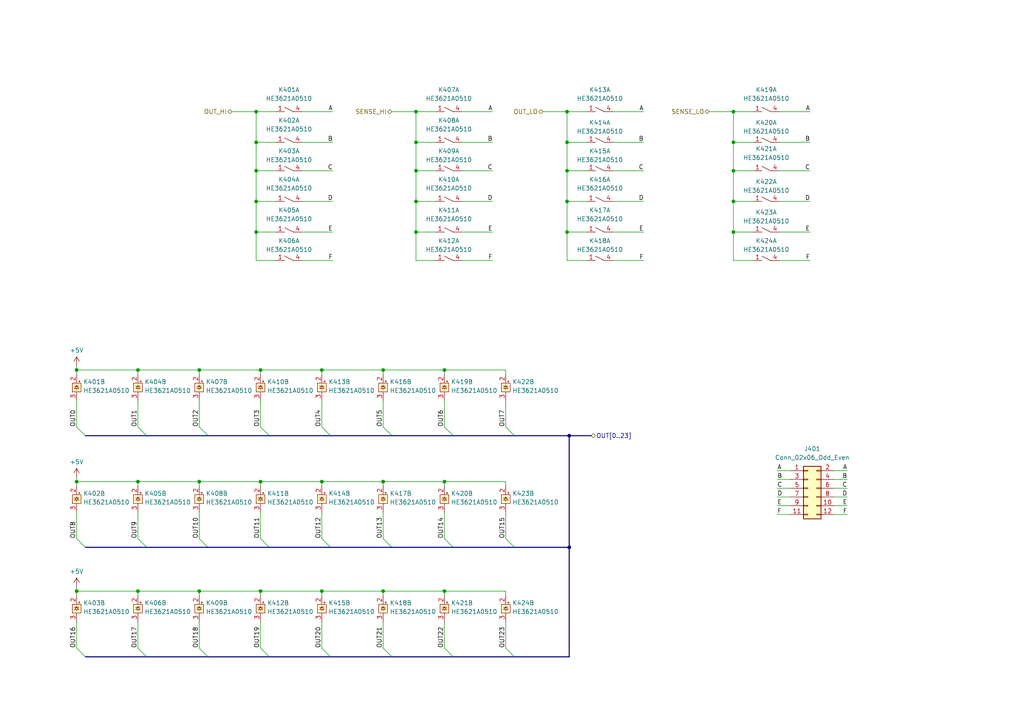
<source format=kicad_sch>
(kicad_sch (version 20230121) (generator eeschema)
  (paper "A4")
  (lib_symbols
    (symbol "Connector_Generic:Conn_02x06_Odd_Even" (pin_names (offset 1.016) hide)
      (property "Reference" "J" (at 1.27 7.62 0))
      (property "Value" "Conn_02x06_Odd_Even" (at 1.27 -10.16 0))
      (symbol "Conn_02x06_Odd_Even_1_1"
        (rectangle (start -1.27 -7.493) (end 0 -7.747) (stroke (width 0.1524)))
        (rectangle (start -1.27 -4.953) (end 0 -5.207) (stroke (width 0.1524)))
        (rectangle (start -1.27 -2.413) (end 0 -2.667) (stroke (width 0.1524)))
        (rectangle (start -1.27 0.127) (end 0 -0.127) (stroke (width 0.1524)))
        (rectangle (start -1.27 2.667) (end 0 2.413) (stroke (width 0.1524)))
        (rectangle (start -1.27 5.207) (end 0 4.953) (stroke (width 0.1524)))
        (rectangle (start -1.27 6.35) (end 3.81 -8.89) (stroke (width 0.254)) (fill (type background)))
        (rectangle (start 3.81 -7.493) (end 2.54 -7.747) (stroke (width 0.1524)))
        (rectangle (start 3.81 -4.953) (end 2.54 -5.207) (stroke (width 0.1524)))
        (rectangle (start 3.81 -2.413) (end 2.54 -2.667) (stroke (width 0.1524)))
        (rectangle (start 3.81 0.127) (end 2.54 -0.127) (stroke (width 0.1524)))
        (rectangle (start 3.81 2.667) (end 2.54 2.413) (stroke (width 0.1524)))
        (rectangle (start 3.81 5.207) (end 2.54 4.953) (stroke (width 0.1524)))
        (pin passive line (at -5.08 5.08 0) (length 3.81) (name "Pin_1") (number "1"))
        (pin passive line (at 7.62 -5.08 180) (length 3.81) (name "Pin_10") (number "10"))
        (pin passive line (at -5.08 -7.62 0) (length 3.81) (name "Pin_11") (number "11"))
        (pin passive line (at 7.62 -7.62 180) (length 3.81) (name "Pin_12") (number "12"))
        (pin passive line (at 7.62 5.08 180) (length 3.81) (name "Pin_2") (number "2"))
        (pin passive line (at -5.08 2.54 0) (length 3.81) (name "Pin_3") (number "3"))
        (pin passive line (at 7.62 2.54 180) (length 3.81) (name "Pin_4") (number "4"))
        (pin passive line (at -5.08 0 0) (length 3.81) (name "Pin_5") (number "5"))
        (pin passive line (at 7.62 0 180) (length 3.81) (name "Pin_6") (number "6"))
        (pin passive line (at -5.08 -2.54 0) (length 3.81) (name "Pin_7") (number "7"))
        (pin passive line (at 7.62 -2.54 180) (length 3.81) (name "Pin_8") (number "8"))
        (pin passive line (at -5.08 -5.08 0) (length 3.81) (name "Pin_9") (number "9"))
      )
    )
    (symbol "ETH1CREF1B:HE3621A0510" (pin_names (offset 1.016))
      (property "Reference" "K" (at 6.35 1.27 0))
      (property "Value" "HE3621A0510" (at 6.35 -1.27 0))
      (symbol "HE3621A0510_1_1"
        (polyline (pts (xy 0 -1.27) (xy 1.27 1.27)))
        (pin passive line (at 0 3.81 270) (length 2.54) (name "~") (number "1"))
        (pin passive line (at 0 -3.81 90) (length 2.54) (name "~") (number "4"))
      )
      (symbol "HE3621A0510_2_1"
        (polyline (pts (xy 0 -0.254) (xy 0 -0.635)))
        (polyline (pts (xy 0 0.381) (xy 0 0.762)))
        (polyline (pts (xy 0.508 1.778) (xy 1.016 1.778)))
        (polyline (pts (xy 0.635 0.381) (xy -0.635 0.381)))
        (polyline (pts (xy 0.762 2.032) (xy 0.762 1.524)))
        (polyline (pts (xy 0.635 -0.254) (xy -0.635 -0.254) (xy 0 0.381) (xy 0.635 -0.254)))
        (rectangle (start 1.27 1.27) (end -1.27 -1.27) (fill (type background)))
        (pin passive line (at 0 3.81 270) (length 2.54) (name "~") (number "2"))
        (pin passive line (at 0 -3.81 90) (length 2.54) (name "~") (number "3"))
      )
    )
    (symbol "power:+5V" (power) (pin_names (offset 0))
      (property "Value" "+5V" (at 0 3.556 0))
      (symbol "+5V_0_1"
        (polyline (pts (xy -0.762 1.27) (xy 0 2.54)))
        (polyline (pts (xy 0 0) (xy 0 2.54)))
        (polyline (pts (xy 0 2.54) (xy 0.762 1.27)))
      )
      (symbol "+5V_1_1"
        (pin power_in line (at 0 0 90) (length 0) hide (name "+5V") (number "1"))
      )
    )
  )
  (junction (at 57.785 107.315))
  (junction (at 164.465 67.31))
  (junction (at 75.565 139.7))
  (junction (at 93.345 139.7))
  (junction (at 40.005 107.315))
  (junction (at 74.295 32.385))
  (junction (at 212.725 49.53))
  (junction (at 22.225 171.45))
  (junction (at 74.295 67.31))
  (junction (at 212.725 41.275))
  (junction (at 75.565 171.45))
  (junction (at 111.125 171.45))
  (junction (at 74.295 58.42))
  (junction (at 120.65 58.42))
  (junction (at 57.785 139.7))
  (junction (at 22.225 107.315))
  (junction (at 212.725 32.385))
  (junction (at 111.125 107.315))
  (junction (at 75.565 107.315))
  (junction (at 165.1 158.75))
  (junction (at 164.465 32.385))
  (junction (at 120.65 32.385))
  (junction (at 40.005 139.7))
  (junction (at 165.1 126.365))
  (junction (at 74.295 41.275))
  (junction (at 128.905 139.7))
  (junction (at 93.345 171.45))
  (junction (at 128.905 171.45))
  (junction (at 120.65 41.275))
  (junction (at 22.225 139.7))
  (junction (at 164.465 41.275))
  (junction (at 164.465 58.42))
  (junction (at 128.905 107.315))
  (junction (at 164.465 49.53))
  (junction (at 57.785 171.45))
  (junction (at 40.005 171.45))
  (junction (at 212.725 58.42))
  (junction (at 120.65 49.53))
  (junction (at 212.725 67.31))
  (junction (at 74.295 49.53))
  (junction (at 111.125 139.7))
  (junction (at 120.65 67.31))
  (junction (at 93.345 107.315))
  (bus_entry (at 111.125 156.21) (size 2.54 2.54))
  (bus_entry (at 93.345 187.96) (size 2.54 2.54))
  (bus_entry (at 128.905 156.21) (size 2.54 2.54))
  (bus_entry (at 22.225 187.96) (size 2.54 2.54))
  (bus_entry (at 22.225 156.21) (size 2.54 2.54))
  (bus_entry (at 93.345 123.825) (size 2.54 2.54))
  (bus_entry (at 75.565 123.825) (size 2.54 2.54))
  (bus_entry (at 146.685 187.96) (size 2.54 2.54))
  (bus_entry (at 146.685 123.825) (size 2.54 2.54))
  (bus_entry (at 146.685 156.21) (size 2.54 2.54))
  (bus_entry (at 57.785 123.825) (size 2.54 2.54))
  (bus_entry (at 57.785 187.96) (size 2.54 2.54))
  (bus_entry (at 22.225 123.825) (size 2.54 2.54))
  (bus_entry (at 128.905 187.96) (size 2.54 2.54))
  (bus_entry (at 40.005 123.825) (size 2.54 2.54))
  (bus_entry (at 40.005 156.21) (size 2.54 2.54))
  (bus_entry (at 111.125 123.825) (size 2.54 2.54))
  (bus_entry (at 57.785 156.21) (size 2.54 2.54))
  (bus_entry (at 40.005 187.96) (size 2.54 2.54))
  (bus_entry (at 75.565 187.96) (size 2.54 2.54))
  (bus_entry (at 93.345 156.21) (size 2.54 2.54))
  (bus_entry (at 75.565 156.21) (size 2.54 2.54))
  (bus_entry (at 128.905 123.825) (size 2.54 2.54))
  (bus_entry (at 111.125 187.96) (size 2.54 2.54))
  (wire (pts (xy 128.905 171.45) (xy 128.905 172.72)))
  (bus (pts (xy 131.445 126.365) (xy 149.225 126.365)))
  (wire (pts (xy 57.785 171.45) (xy 57.785 172.72)))
  (wire (pts (xy 22.225 170.18) (xy 22.225 171.45)))
  (wire (pts (xy 57.785 139.7) (xy 57.785 140.97)))
  (wire (pts (xy 22.225 116.205) (xy 22.225 123.825)))
  (bus (pts (xy 78.105 126.365) (xy 95.885 126.365)))
  (bus (pts (xy 113.665 190.5) (xy 131.445 190.5)))
  (wire (pts (xy 40.005 139.7) (xy 57.785 139.7)))
  (wire (pts (xy 120.65 41.275) (xy 126.365 41.275)))
  (wire (pts (xy 22.225 140.97) (xy 22.225 139.7)))
  (wire (pts (xy 146.685 139.7) (xy 146.685 140.97)))
  (wire (pts (xy 226.06 32.385) (xy 234.95 32.385)))
  (wire (pts (xy 57.785 107.315) (xy 57.785 108.585)))
  (wire (pts (xy 111.125 107.315) (xy 111.125 108.585)))
  (wire (pts (xy 74.295 32.385) (xy 80.01 32.385)))
  (wire (pts (xy 177.8 49.53) (xy 186.69 49.53)))
  (wire (pts (xy 57.785 107.315) (xy 75.565 107.315)))
  (wire (pts (xy 75.565 171.45) (xy 93.345 171.45)))
  (wire (pts (xy 225.425 139.065) (xy 229.235 139.065)))
  (wire (pts (xy 128.905 107.315) (xy 128.905 108.585)))
  (wire (pts (xy 75.565 139.7) (xy 75.565 140.97)))
  (wire (pts (xy 164.465 67.31) (xy 164.465 75.565)))
  (wire (pts (xy 120.65 49.53) (xy 126.365 49.53)))
  (wire (pts (xy 146.685 116.205) (xy 146.685 123.825)))
  (wire (pts (xy 74.295 41.275) (xy 74.295 32.385)))
  (wire (pts (xy 75.565 116.205) (xy 75.565 123.825)))
  (wire (pts (xy 40.005 148.59) (xy 40.005 156.21)))
  (wire (pts (xy 225.425 149.225) (xy 229.235 149.225)))
  (bus (pts (xy 60.325 190.5) (xy 78.105 190.5)))
  (wire (pts (xy 93.345 139.7) (xy 93.345 140.97)))
  (bus (pts (xy 165.1 158.75) (xy 165.1 126.365)))
  (wire (pts (xy 57.785 180.34) (xy 57.785 187.96)))
  (wire (pts (xy 212.725 49.53) (xy 212.725 41.275)))
  (wire (pts (xy 212.725 58.42) (xy 212.725 49.53)))
  (wire (pts (xy 225.425 141.605) (xy 229.235 141.605)))
  (bus (pts (xy 42.545 126.365) (xy 60.325 126.365)))
  (bus (pts (xy 42.545 158.75) (xy 60.325 158.75)))
  (wire (pts (xy 93.345 107.315) (xy 93.345 108.585)))
  (wire (pts (xy 164.465 41.275) (xy 164.465 32.385)))
  (wire (pts (xy 245.745 141.605) (xy 241.935 141.605)))
  (wire (pts (xy 212.725 41.275) (xy 218.44 41.275)))
  (wire (pts (xy 128.905 107.315) (xy 146.685 107.315)))
  (wire (pts (xy 75.565 139.7) (xy 93.345 139.7)))
  (bus (pts (xy 149.225 158.75) (xy 165.1 158.75)))
  (wire (pts (xy 74.295 58.42) (xy 80.01 58.42)))
  (bus (pts (xy 131.445 158.75) (xy 149.225 158.75)))
  (bus (pts (xy 60.325 126.365) (xy 78.105 126.365)))
  (wire (pts (xy 128.905 139.7) (xy 146.685 139.7)))
  (wire (pts (xy 133.985 58.42) (xy 142.875 58.42)))
  (wire (pts (xy 40.005 180.34) (xy 40.005 187.96)))
  (wire (pts (xy 146.685 107.315) (xy 146.685 108.585)))
  (bus (pts (xy 78.105 158.75) (xy 95.885 158.75)))
  (wire (pts (xy 57.785 148.59) (xy 57.785 156.21)))
  (wire (pts (xy 157.48 32.385) (xy 164.465 32.385)))
  (wire (pts (xy 22.225 180.34) (xy 22.225 187.96)))
  (wire (pts (xy 164.465 49.53) (xy 164.465 41.275)))
  (wire (pts (xy 74.295 49.53) (xy 80.01 49.53)))
  (wire (pts (xy 57.785 116.205) (xy 57.785 123.825)))
  (wire (pts (xy 93.345 116.205) (xy 93.345 123.825)))
  (bus (pts (xy 113.665 158.75) (xy 131.445 158.75)))
  (wire (pts (xy 120.65 67.31) (xy 120.65 75.565)))
  (wire (pts (xy 226.06 67.31) (xy 234.95 67.31)))
  (wire (pts (xy 57.785 171.45) (xy 75.565 171.45)))
  (wire (pts (xy 146.685 148.59) (xy 146.685 156.21)))
  (wire (pts (xy 87.63 41.275) (xy 96.52 41.275)))
  (wire (pts (xy 164.465 49.53) (xy 170.18 49.53)))
  (wire (pts (xy 74.295 41.275) (xy 80.01 41.275)))
  (bus (pts (xy 60.325 158.75) (xy 78.105 158.75)))
  (wire (pts (xy 225.425 144.145) (xy 229.235 144.145)))
  (wire (pts (xy 22.225 172.72) (xy 22.225 171.45)))
  (wire (pts (xy 170.18 75.565) (xy 164.465 75.565)))
  (wire (pts (xy 245.745 146.685) (xy 241.935 146.685)))
  (wire (pts (xy 177.8 58.42) (xy 186.69 58.42)))
  (wire (pts (xy 75.565 107.315) (xy 93.345 107.315)))
  (wire (pts (xy 245.745 149.225) (xy 241.935 149.225)))
  (bus (pts (xy 78.105 190.5) (xy 95.885 190.5)))
  (wire (pts (xy 128.905 180.34) (xy 128.905 187.96)))
  (wire (pts (xy 212.725 67.31) (xy 212.725 75.565)))
  (wire (pts (xy 67.31 32.385) (xy 74.295 32.385)))
  (wire (pts (xy 164.465 58.42) (xy 164.465 67.31)))
  (bus (pts (xy 131.445 190.5) (xy 149.225 190.5)))
  (wire (pts (xy 22.225 107.315) (xy 40.005 107.315)))
  (bus (pts (xy 165.1 190.5) (xy 165.1 158.75)))
  (wire (pts (xy 93.345 180.34) (xy 93.345 187.96)))
  (wire (pts (xy 212.725 49.53) (xy 218.44 49.53)))
  (wire (pts (xy 22.225 171.45) (xy 40.005 171.45)))
  (wire (pts (xy 177.8 67.31) (xy 186.69 67.31)))
  (bus (pts (xy 24.765 190.5) (xy 42.545 190.5)))
  (wire (pts (xy 75.565 171.45) (xy 75.565 172.72)))
  (wire (pts (xy 177.8 32.385) (xy 186.69 32.385)))
  (wire (pts (xy 74.295 58.42) (xy 74.295 49.53)))
  (wire (pts (xy 93.345 107.315) (xy 111.125 107.315)))
  (wire (pts (xy 133.985 41.275) (xy 142.875 41.275)))
  (wire (pts (xy 80.01 75.565) (xy 74.295 75.565)))
  (wire (pts (xy 74.295 58.42) (xy 74.295 67.31)))
  (wire (pts (xy 40.005 116.205) (xy 40.005 123.825)))
  (wire (pts (xy 120.65 32.385) (xy 126.365 32.385)))
  (wire (pts (xy 111.125 139.7) (xy 111.125 140.97)))
  (wire (pts (xy 111.125 171.45) (xy 111.125 172.72)))
  (wire (pts (xy 93.345 139.7) (xy 111.125 139.7)))
  (wire (pts (xy 87.63 75.565) (xy 96.52 75.565)))
  (bus (pts (xy 24.765 126.365) (xy 42.545 126.365)))
  (wire (pts (xy 120.65 41.275) (xy 120.65 32.385)))
  (wire (pts (xy 146.685 171.45) (xy 146.685 172.72)))
  (wire (pts (xy 93.345 171.45) (xy 111.125 171.45)))
  (wire (pts (xy 40.005 139.7) (xy 40.005 140.97)))
  (wire (pts (xy 40.005 107.315) (xy 57.785 107.315)))
  (wire (pts (xy 93.345 171.45) (xy 93.345 172.72)))
  (wire (pts (xy 40.005 107.315) (xy 40.005 108.585)))
  (bus (pts (xy 149.225 190.5) (xy 165.1 190.5)))
  (wire (pts (xy 218.44 67.31) (xy 212.725 67.31)))
  (wire (pts (xy 57.785 139.7) (xy 75.565 139.7)))
  (wire (pts (xy 22.225 139.7) (xy 40.005 139.7)))
  (wire (pts (xy 120.65 58.42) (xy 120.65 49.53)))
  (bus (pts (xy 24.765 158.75) (xy 42.545 158.75)))
  (bus (pts (xy 42.545 190.5) (xy 60.325 190.5)))
  (wire (pts (xy 128.905 148.59) (xy 128.905 156.21)))
  (wire (pts (xy 22.225 138.43) (xy 22.225 139.7)))
  (wire (pts (xy 177.8 75.565) (xy 186.69 75.565)))
  (bus (pts (xy 113.665 126.365) (xy 131.445 126.365)))
  (wire (pts (xy 225.425 146.685) (xy 229.235 146.685)))
  (wire (pts (xy 225.425 136.525) (xy 229.235 136.525)))
  (wire (pts (xy 87.63 67.31) (xy 96.52 67.31)))
  (wire (pts (xy 245.745 136.525) (xy 241.935 136.525)))
  (wire (pts (xy 40.005 171.45) (xy 57.785 171.45)))
  (wire (pts (xy 87.63 58.42) (xy 96.52 58.42)))
  (wire (pts (xy 133.985 49.53) (xy 142.875 49.53)))
  (wire (pts (xy 177.8 41.275) (xy 186.69 41.275)))
  (wire (pts (xy 212.725 58.42) (xy 212.725 67.31)))
  (wire (pts (xy 205.74 32.385) (xy 212.725 32.385)))
  (wire (pts (xy 126.365 67.31) (xy 120.65 67.31)))
  (wire (pts (xy 87.63 49.53) (xy 96.52 49.53)))
  (wire (pts (xy 128.905 139.7) (xy 128.905 140.97)))
  (wire (pts (xy 75.565 180.34) (xy 75.565 187.96)))
  (wire (pts (xy 218.44 75.565) (xy 212.725 75.565)))
  (wire (pts (xy 80.01 67.31) (xy 74.295 67.31)))
  (wire (pts (xy 40.005 171.45) (xy 40.005 172.72)))
  (wire (pts (xy 164.465 58.42) (xy 164.465 49.53)))
  (wire (pts (xy 164.465 41.275) (xy 170.18 41.275)))
  (wire (pts (xy 111.125 171.45) (xy 128.905 171.45)))
  (wire (pts (xy 111.125 180.34) (xy 111.125 187.96)))
  (wire (pts (xy 133.985 75.565) (xy 142.875 75.565)))
  (wire (pts (xy 120.65 58.42) (xy 120.65 67.31)))
  (wire (pts (xy 22.225 106.045) (xy 22.225 107.315)))
  (wire (pts (xy 212.725 32.385) (xy 218.44 32.385)))
  (wire (pts (xy 111.125 116.205) (xy 111.125 123.825)))
  (wire (pts (xy 22.225 108.585) (xy 22.225 107.315)))
  (wire (pts (xy 120.65 49.53) (xy 120.65 41.275)))
  (bus (pts (xy 95.885 190.5) (xy 113.665 190.5)))
  (wire (pts (xy 128.905 171.45) (xy 146.685 171.45)))
  (bus (pts (xy 95.885 126.365) (xy 113.665 126.365)))
  (wire (pts (xy 170.18 67.31) (xy 164.465 67.31)))
  (bus (pts (xy 95.885 158.75) (xy 113.665 158.75)))
  (wire (pts (xy 212.725 58.42) (xy 218.44 58.42)))
  (wire (pts (xy 212.725 41.275) (xy 212.725 32.385)))
  (wire (pts (xy 146.685 180.34) (xy 146.685 187.96)))
  (wire (pts (xy 133.985 67.31) (xy 142.875 67.31)))
  (wire (pts (xy 245.745 139.065) (xy 241.935 139.065)))
  (wire (pts (xy 120.65 58.42) (xy 126.365 58.42)))
  (wire (pts (xy 111.125 139.7) (xy 128.905 139.7)))
  (wire (pts (xy 133.985 32.385) (xy 142.875 32.385)))
  (wire (pts (xy 164.465 58.42) (xy 170.18 58.42)))
  (wire (pts (xy 93.345 148.59) (xy 93.345 156.21)))
  (wire (pts (xy 226.06 41.275) (xy 234.95 41.275)))
  (wire (pts (xy 113.665 32.385) (xy 120.65 32.385)))
  (wire (pts (xy 87.63 32.385) (xy 96.52 32.385)))
  (wire (pts (xy 128.905 116.205) (xy 128.905 123.825)))
  (wire (pts (xy 111.125 107.315) (xy 128.905 107.315)))
  (wire (pts (xy 226.06 75.565) (xy 234.95 75.565)))
  (bus (pts (xy 149.225 126.365) (xy 165.1 126.365)))
  (wire (pts (xy 164.465 32.385) (xy 170.18 32.385)))
  (wire (pts (xy 126.365 75.565) (xy 120.65 75.565)))
  (bus (pts (xy 165.1 126.365) (xy 171.45 126.365)))
  (wire (pts (xy 22.225 148.59) (xy 22.225 156.21)))
  (wire (pts (xy 226.06 58.42) (xy 234.95 58.42)))
  (wire (pts (xy 245.745 144.145) (xy 241.935 144.145)))
  (wire (pts (xy 75.565 107.315) (xy 75.565 108.585)))
  (wire (pts (xy 74.295 67.31) (xy 74.295 75.565)))
  (wire (pts (xy 74.295 49.53) (xy 74.295 41.275)))
  (wire (pts (xy 75.565 148.59) (xy 75.565 156.21)))
  (wire (pts (xy 111.125 148.59) (xy 111.125 156.21)))
  (wire (pts (xy 226.06 49.53) (xy 234.95 49.53)))
  (label "OUT9" (at 40.005 156.21 90))
  (label "D" (at 234.95 58.42 180))
  (label "D" (at 142.875 58.42 180))
  (label "A" (at 96.52 32.385 180))
  (label "OUT11" (at 75.565 156.21 90))
  (label "OUT17" (at 40.005 187.96 90))
  (label "OUT23" (at 146.685 187.96 90))
  (label "F" (at 245.745 149.225 180))
  (label "OUT5" (at 111.125 123.825 90))
  (label "B" (at 96.52 41.275 180))
  (label "F" (at 142.875 75.565 180))
  (label "D" (at 186.69 58.42 180))
  (label "OUT19" (at 75.565 187.96 90))
  (label "OUT13" (at 111.125 156.21 90))
  (label "D" (at 96.52 58.42 180))
  (label "D" (at 245.745 144.145 180))
  (label "OUT14" (at 128.905 156.21 90))
  (label "B" (at 245.745 139.065 180))
  (label "E" (at 245.745 146.685 180))
  (label "C" (at 225.425 141.605 0))
  (label "A" (at 234.95 32.385 180))
  (label "OUT22" (at 128.905 187.96 90))
  (label "E" (at 225.425 146.685 0))
  (label "C" (at 96.52 49.53 180))
  (label "OUT0" (at 22.225 123.825 90))
  (label "OUT6" (at 128.905 123.825 90))
  (label "B" (at 225.425 139.065 0))
  (label "C" (at 186.69 49.53 180))
  (label "E" (at 234.95 67.31 180))
  (label "F" (at 225.425 149.225 0))
  (label "F" (at 234.95 75.565 180))
  (label "OUT7" (at 146.685 123.825 90))
  (label "D" (at 225.425 144.145 0))
  (label "OUT4" (at 93.345 123.825 90))
  (label "B" (at 142.875 41.275 180))
  (label "C" (at 234.95 49.53 180))
  (label "A" (at 186.69 32.385 180))
  (label "A" (at 225.425 136.525 0))
  (label "C" (at 245.745 141.605 180))
  (label "OUT2" (at 57.785 123.825 90))
  (label "OUT15" (at 146.685 156.21 90))
  (label "OUT16" (at 22.225 187.96 90))
  (label "B" (at 186.69 41.275 180))
  (label "E" (at 142.875 67.31 180))
  (label "OUT1" (at 40.005 123.825 90))
  (label "OUT20" (at 93.345 187.96 90))
  (label "E" (at 96.52 67.31 180))
  (label "OUT10" (at 57.785 156.21 90))
  (label "B" (at 234.95 41.275 180))
  (label "F" (at 186.69 75.565 180))
  (label "OUT12" (at 93.345 156.21 90))
  (label "OUT21" (at 111.125 187.96 90))
  (label "C" (at 142.875 49.53 180))
  (label "OUT3" (at 75.565 123.825 90))
  (label "A" (at 142.875 32.385 180))
  (label "E" (at 186.69 67.31 180))
  (label "OUT18" (at 57.785 187.96 90))
  (label "F" (at 96.52 75.565 180))
  (label "A" (at 245.745 136.525 180))
  (label "OUT8" (at 22.225 156.21 90))
  (hierarchical_label "SENSE_HI" (shape bidirectional) (at 113.665 32.385 180))
  (hierarchical_label "OUT_LO" (shape bidirectional) (at 157.48 32.385 180))
  (hierarchical_label "OUT[0..23]" (shape bidirectional) (at 171.45 126.365 0))
  (hierarchical_label "SENSE_LO" (shape bidirectional) (at 205.74 32.385 180))
  (hierarchical_label "OUT_HI" (shape bidirectional) (at 67.31 32.385 180))
  (symbol (lib_id "power:+5V") (at 22.225 138.43 0) (unit 1)
    (property "Reference" "#PWR0402" (effects hide))
    (property "Value" "+5V" (at 22.225 133.985 0))
  )
  (symbol (lib_id "ETH1CREF1B:HE3621A0510") (at 173.99 67.31 90) (unit 1)
    (property "Reference" "K417" (at 173.99 60.96 90))
    (property "Value" "HE3621A0510" (at 173.99 63.5 90))
    (property "Footprint" "ETH1CREF1B:HE360_x-5050462-8" (effects hide))
  )
  (symbol (lib_id "ETH1CREF1B:HE3621A0510") (at 222.25 49.53 90) (unit 1)
    (property "Reference" "K421" (at 222.25 43.18 90))
    (property "Value" "HE3621A0510" (at 222.25 45.72 90))
    (property "Footprint" "ETH1CREF1B:HE360_x-5050462-8" (effects hide))
  )
  (symbol (lib_id "ETH1CREF1B:HE3621A0510") (at 83.82 49.53 90) (unit 1)
    (property "Reference" "K403" (at 83.82 43.815 90))
    (property "Value" "HE3621A0510" (at 83.82 46.355 90))
    (property "Footprint" "ETH1CREF1B:HE360_x-5050462-8" (effects hide))
  )
  (symbol (lib_id "ETH1CREF1B:HE3621A0510") (at 130.175 32.385 90) (unit 1)
    (property "Reference" "K407" (at 130.175 26.035 90))
    (property "Value" "HE3621A0510" (at 130.175 28.575 90))
    (property "Footprint" "ETH1CREF1B:HE360_x-5050462-8" (effects hide))
  )
  (symbol (lib_id "ETH1CREF1B:HE3621A0510") (at 40.005 176.53 0) (unit 2)
    (property "Reference" "K406" (at 41.91 174.879 0) (effects (justify left)))
    (property "Value" "HE3621A0510" (at 41.91 177.419 0) (effects (justify left)))
    (property "Footprint" "ETH1CREF1B:HE360_x-5050462-8" (effects hide))
  )
  (symbol (lib_id "ETH1CREF1B:HE3621A0510") (at 173.99 58.42 90) (unit 1)
    (property "Reference" "K416" (at 173.99 52.07 90))
    (property "Value" "HE3621A0510" (at 173.99 54.61 90))
    (property "Footprint" "ETH1CREF1B:HE360_x-5050462-8" (effects hide))
  )
  (symbol (lib_id "ETH1CREF1B:HE3621A0510") (at 146.685 144.78 0) (unit 2)
    (property "Reference" "K423" (at 148.59 143.129 0) (effects (justify left)))
    (property "Value" "HE3621A0510" (at 148.59 145.669 0) (effects (justify left)))
    (property "Footprint" "ETH1CREF1B:HE360_x-5050462-8" (effects hide))
  )
  (symbol (lib_id "ETH1CREF1B:HE3621A0510") (at 83.82 75.565 90) (unit 1)
    (property "Reference" "K406" (at 83.82 69.85 90))
    (property "Value" "HE3621A0510" (at 83.82 72.39 90))
    (property "Footprint" "ETH1CREF1B:HE360_x-5050462-8" (effects hide))
  )
  (symbol (lib_id "ETH1CREF1B:HE3621A0510") (at 57.785 112.395 0) (unit 2)
    (property "Reference" "K407" (at 59.69 110.744 0) (effects (justify left)))
    (property "Value" "HE3621A0510" (at 59.69 113.284 0) (effects (justify left)))
    (property "Footprint" "ETH1CREF1B:HE360_x-5050462-8" (effects hide))
  )
  (symbol (lib_id "ETH1CREF1B:HE3621A0510") (at 130.175 41.275 90) (unit 1)
    (property "Reference" "K408" (at 130.175 34.925 90))
    (property "Value" "HE3621A0510" (at 130.175 37.465 90))
    (property "Footprint" "ETH1CREF1B:HE360_x-5050462-8" (effects hide))
  )
  (symbol (lib_id "ETH1CREF1B:HE3621A0510") (at 130.175 67.31 90) (unit 1)
    (property "Reference" "K411" (at 130.175 60.96 90))
    (property "Value" "HE3621A0510" (at 130.175 63.5 90))
    (property "Footprint" "ETH1CREF1B:HE360_x-5050462-8" (effects hide))
  )
  (symbol (lib_id "ETH1CREF1B:HE3621A0510") (at 93.345 144.78 0) (unit 2)
    (property "Reference" "K414" (at 95.25 143.129 0) (effects (justify left)))
    (property "Value" "HE3621A0510" (at 95.25 145.669 0) (effects (justify left)))
    (property "Footprint" "ETH1CREF1B:HE360_x-5050462-8" (effects hide))
  )
  (symbol (lib_id "ETH1CREF1B:HE3621A0510") (at 173.99 75.565 90) (unit 1)
    (property "Reference" "K418" (at 173.99 69.85 90))
    (property "Value" "HE3621A0510" (at 173.99 72.39 90))
    (property "Footprint" "ETH1CREF1B:HE360_x-5050462-8" (effects hide))
  )
  (symbol (lib_id "ETH1CREF1B:HE3621A0510") (at 93.345 112.395 0) (unit 2)
    (property "Reference" "K413" (at 95.25 110.744 0) (effects (justify left)))
    (property "Value" "HE3621A0510" (at 95.25 113.284 0) (effects (justify left)))
    (property "Footprint" "ETH1CREF1B:HE360_x-5050462-8" (effects hide))
  )
  (symbol (lib_id "power:+5V") (at 22.225 106.045 0) (unit 1)
    (property "Reference" "#PWR0401" (effects hide))
    (property "Value" "+5V" (at 22.225 101.6 0))
  )
  (symbol (lib_id "ETH1CREF1B:HE3621A0510") (at 111.125 176.53 0) (unit 2)
    (property "Reference" "K418" (at 113.03 174.879 0) (effects (justify left)))
    (property "Value" "HE3621A0510" (at 113.03 177.419 0) (effects (justify left)))
    (property "Footprint" "ETH1CREF1B:HE360_x-5050462-8" (effects hide))
  )
  (symbol (lib_id "ETH1CREF1B:HE3621A0510") (at 83.82 58.42 90) (unit 1)
    (property "Reference" "K404" (at 83.82 52.07 90))
    (property "Value" "HE3621A0510" (at 83.82 54.61 90))
    (property "Footprint" "ETH1CREF1B:HE360_x-5050462-8" (effects hide))
  )
  (symbol (lib_id "ETH1CREF1B:HE3621A0510") (at 146.685 112.395 0) (unit 2)
    (property "Reference" "K422" (at 148.59 110.744 0) (effects (justify left)))
    (property "Value" "HE3621A0510" (at 148.59 113.284 0) (effects (justify left)))
    (property "Footprint" "ETH1CREF1B:HE360_x-5050462-8" (effects hide))
  )
  (symbol (lib_id "ETH1CREF1B:HE3621A0510") (at 173.99 49.53 90) (unit 1)
    (property "Reference" "K415" (at 173.99 43.815 90))
    (property "Value" "HE3621A0510" (at 173.99 46.355 90))
    (property "Footprint" "ETH1CREF1B:HE360_x-5050462-8" (effects hide))
  )
  (symbol (lib_id "ETH1CREF1B:HE3621A0510") (at 128.905 176.53 0) (unit 2)
    (property "Reference" "K421" (at 130.81 174.879 0) (effects (justify left)))
    (property "Value" "HE3621A0510" (at 130.81 177.419 0) (effects (justify left)))
    (property "Footprint" "ETH1CREF1B:HE360_x-5050462-8" (effects hide))
  )
  (symbol (lib_id "ETH1CREF1B:HE3621A0510") (at 111.125 144.78 0) (unit 2)
    (property "Reference" "K417" (at 113.03 143.129 0) (effects (justify left)))
    (property "Value" "HE3621A0510" (at 113.03 145.669 0) (effects (justify left)))
    (property "Footprint" "ETH1CREF1B:HE360_x-5050462-8" (effects hide))
  )
  (symbol (lib_id "ETH1CREF1B:HE3621A0510") (at 83.82 32.385 90) (unit 1)
    (property "Reference" "K401" (at 83.82 26.035 90))
    (property "Value" "HE3621A0510" (at 83.82 28.575 90))
    (property "Footprint" "ETH1CREF1B:HE360_x-5050462-8" (effects hide))
  )
  (symbol (lib_id "ETH1CREF1B:HE3621A0510") (at 40.005 112.395 0) (unit 2)
    (property "Reference" "K404" (at 41.91 110.744 0) (effects (justify left)))
    (property "Value" "HE3621A0510" (at 41.91 113.284 0) (effects (justify left)))
    (property "Footprint" "ETH1CREF1B:HE360_x-5050462-8" (effects hide))
  )
  (symbol (lib_id "ETH1CREF1B:HE3621A0510") (at 83.82 41.275 90) (unit 1)
    (property "Reference" "K402" (at 83.82 34.925 90))
    (property "Value" "HE3621A0510" (at 83.82 37.465 90))
    (property "Footprint" "ETH1CREF1B:HE360_x-5050462-8" (effects hide))
  )
  (symbol (lib_id "ETH1CREF1B:HE3621A0510") (at 146.685 176.53 0) (unit 2)
    (property "Reference" "K424" (at 148.59 174.879 0) (effects (justify left)))
    (property "Value" "HE3621A0510" (at 148.59 177.419 0) (effects (justify left)))
    (property "Footprint" "ETH1CREF1B:HE360_x-5050462-8" (effects hide))
  )
  (symbol (lib_id "ETH1CREF1B:HE3621A0510") (at 173.99 41.275 90) (unit 1)
    (property "Reference" "K414" (at 173.99 35.56 90))
    (property "Value" "HE3621A0510" (at 173.99 38.1 90))
    (property "Footprint" "ETH1CREF1B:HE360_x-5050462-8" (effects hide))
  )
  (symbol (lib_id "ETH1CREF1B:HE3621A0510") (at 22.225 112.395 0) (unit 2)
    (property "Reference" "K401" (at 24.13 110.744 0) (effects (justify left)))
    (property "Value" "HE3621A0510" (at 24.13 113.284 0) (effects (justify left)))
    (property "Footprint" "ETH1CREF1B:HE360_x-5050462-8" (effects hide))
  )
  (symbol (lib_id "power:+5V") (at 22.225 170.18 0) (unit 1)
    (property "Reference" "#PWR0403" (effects hide))
    (property "Value" "+5V" (at 22.225 165.735 0))
  )
  (symbol (lib_id "Connector_Generic:Conn_02x06_Odd_Even") (at 234.315 141.605 0) (unit 1)
    (property "Reference" "J401" (at 235.585 130.175 0))
    (property "Value" "Conn_02x06_Odd_Even" (at 235.585 132.715 0))
    (property "Footprint" "Connector_PinHeader_2.54mm:PinHeader_2x06_P2.54mm_Vertical" (effects hide))
    (instances (project "ETH1CREF1B" (path "" (reference "J401") (unit 1))) (project "ETH1CREF1A" (path "" (reference "J901") (unit 1))))
  )
  (symbol (lib_id "ETH1CREF1B:HE3621A0510") (at 222.25 32.385 90) (unit 1)
    (property "Reference" "K419" (at 222.25 26.035 90))
    (property "Value" "HE3621A0510" (at 222.25 28.575 90))
    (property "Footprint" "ETH1CREF1B:HE360_x-5050462-8" (effects hide))
  )
  (symbol (lib_id "ETH1CREF1B:HE3621A0510") (at 128.905 112.395 0) (unit 2)
    (property "Reference" "K419" (at 130.81 110.744 0) (effects (justify left)))
    (property "Value" "HE3621A0510" (at 130.81 113.284 0) (effects (justify left)))
    (property "Footprint" "ETH1CREF1B:HE360_x-5050462-8" (effects hide))
  )
  (symbol (lib_id "ETH1CREF1B:HE3621A0510") (at 93.345 176.53 0) (unit 2)
    (property "Reference" "K415" (at 95.25 174.879 0) (effects (justify left)))
    (property "Value" "HE3621A0510" (at 95.25 177.419 0) (effects (justify left)))
    (property "Footprint" "ETH1CREF1B:HE360_x-5050462-8" (effects hide))
  )
  (symbol (lib_id "ETH1CREF1B:HE3621A0510") (at 111.125 112.395 0) (unit 2)
    (property "Reference" "K416" (at 113.03 110.744 0) (effects (justify left)))
    (property "Value" "HE3621A0510" (at 113.03 113.284 0) (effects (justify left)))
    (property "Footprint" "ETH1CREF1B:HE360_x-5050462-8" (effects hide))
  )
  (symbol (lib_id "ETH1CREF1B:HE3621A0510") (at 222.25 41.275 90) (unit 1)
    (property "Reference" "K420" (at 222.25 35.56 90))
    (property "Value" "HE3621A0510" (at 222.25 38.1 90))
    (property "Footprint" "ETH1CREF1B:HE360_x-5050462-8" (effects hide))
  )
  (symbol (lib_id "ETH1CREF1B:HE3621A0510") (at 128.905 144.78 0) (unit 2)
    (property "Reference" "K420" (at 130.81 143.129 0) (effects (justify left)))
    (property "Value" "HE3621A0510" (at 130.81 145.669 0) (effects (justify left)))
    (property "Footprint" "ETH1CREF1B:HE360_x-5050462-8" (effects hide))
  )
  (symbol (lib_id "ETH1CREF1B:HE3621A0510") (at 57.785 144.78 0) (unit 2)
    (property "Reference" "K408" (at 59.69 143.129 0) (effects (justify left)))
    (property "Value" "HE3621A0510" (at 59.69 145.669 0) (effects (justify left)))
    (property "Footprint" "ETH1CREF1B:HE360_x-5050462-8" (effects hide))
  )
  (symbol (lib_id "ETH1CREF1B:HE3621A0510") (at 173.99 32.385 90) (unit 1)
    (property "Reference" "K413" (at 173.99 26.035 90))
    (property "Value" "HE3621A0510" (at 173.99 28.575 90))
    (property "Footprint" "ETH1CREF1B:HE360_x-5050462-8" (effects hide))
  )
  (symbol (lib_id "ETH1CREF1B:HE3621A0510") (at 75.565 144.78 0) (unit 2)
    (property "Reference" "K411" (at 77.47 143.129 0) (effects (justify left)))
    (property "Value" "HE3621A0510" (at 77.47 145.669 0) (effects (justify left)))
    (property "Footprint" "ETH1CREF1B:HE360_x-5050462-8" (effects hide))
  )
  (symbol (lib_id "ETH1CREF1B:HE3621A0510") (at 57.785 176.53 0) (unit 2)
    (property "Reference" "K409" (at 59.69 174.879 0) (effects (justify left)))
    (property "Value" "HE3621A0510" (at 59.69 177.419 0) (effects (justify left)))
    (property "Footprint" "ETH1CREF1B:HE360_x-5050462-8" (effects hide))
  )
  (symbol (lib_id "ETH1CREF1B:HE3621A0510") (at 222.25 67.31 90) (unit 1)
    (property "Reference" "K423" (at 222.25 61.595 90))
    (property "Value" "HE3621A0510" (at 222.25 64.135 90))
    (property "Footprint" "ETH1CREF1B:HE360_x-5050462-8" (effects hide))
  )
  (symbol (lib_id "ETH1CREF1B:HE3621A0510") (at 40.005 144.78 0) (unit 2)
    (property "Reference" "K405" (at 41.91 143.129 0) (effects (justify left)))
    (property "Value" "HE3621A0510" (at 41.91 145.669 0) (effects (justify left)))
    (property "Footprint" "ETH1CREF1B:HE360_x-5050462-8" (effects hide))
  )
  (symbol (lib_id "ETH1CREF1B:HE3621A0510") (at 222.25 58.42 90) (unit 1)
    (property "Reference" "K422" (at 222.25 52.705 90))
    (property "Value" "HE3621A0510" (at 222.25 55.245 90))
    (property "Footprint" "ETH1CREF1B:HE360_x-5050462-8" (effects hide))
  )
  (symbol (lib_id "ETH1CREF1B:HE3621A0510") (at 130.175 75.565 90) (unit 1)
    (property "Reference" "K412" (at 130.175 69.85 90))
    (property "Value" "HE3621A0510" (at 130.175 72.39 90))
    (property "Footprint" "ETH1CREF1B:HE360_x-5050462-8" (effects hide))
  )
  (symbol (lib_id "ETH1CREF1B:HE3621A0510") (at 130.175 49.53 90) (unit 1)
    (property "Reference" "K409" (at 130.175 43.815 90))
    (property "Value" "HE3621A0510" (at 130.175 46.355 90))
    (property "Footprint" "ETH1CREF1B:HE360_x-5050462-8" (effects hide))
  )
  (symbol (lib_id "ETH1CREF1B:HE3621A0510") (at 75.565 112.395 0) (unit 2)
    (property "Reference" "K410" (at 77.47 110.744 0) (effects (justify left)))
    (property "Value" "HE3621A0510" (at 77.47 113.284 0) (effects (justify left)))
    (property "Footprint" "ETH1CREF1B:HE360_x-5050462-8" (effects hide))
  )
  (symbol (lib_id "ETH1CREF1B:HE3621A0510") (at 130.175 58.42 90) (unit 1)
    (property "Reference" "K410" (at 130.175 52.07 90))
    (property "Value" "HE3621A0510" (at 130.175 54.61 90))
    (property "Footprint" "ETH1CREF1B:HE360_x-5050462-8" (effects hide))
  )
  (symbol (lib_id "ETH1CREF1B:HE3621A0510") (at 75.565 176.53 0) (unit 2)
    (property "Reference" "K412" (at 77.47 174.879 0) (effects (justify left)))
    (property "Value" "HE3621A0510" (at 77.47 177.419 0) (effects (justify left)))
    (property "Footprint" "ETH1CREF1B:HE360_x-5050462-8" (effects hide))
  )
  (symbol (lib_id "ETH1CREF1B:HE3621A0510") (at 83.82 67.31 90) (unit 1)
    (property "Reference" "K405" (at 83.82 60.96 90))
    (property "Value" "HE3621A0510" (at 83.82 63.5 90))
    (property "Footprint" "ETH1CREF1B:HE360_x-5050462-8" (effects hide))
  )
  (symbol (lib_id "ETH1CREF1B:HE3621A0510") (at 222.25 75.565 90) (unit 1)
    (property "Reference" "K424" (at 222.25 69.85 90))
    (property "Value" "HE3621A0510" (at 222.25 72.39 90))
    (property "Footprint" "ETH1CREF1B:HE360_x-5050462-8" (effects hide))
  )
  (symbol (lib_id "ETH1CREF1B:HE3621A0510") (at 22.225 176.53 0) (unit 2)
    (property "Reference" "K403" (at 24.13 174.879 0) (effects (justify left)))
    (property "Value" "HE3621A0510" (at 24.13 177.419 0) (effects (justify left)))
    (property "Footprint" "ETH1CREF1B:HE360_x-5050462-8" (effects hide))
  )
  (symbol (lib_id "ETH1CREF1B:HE3621A0510") (at 22.225 144.78 0) (unit 2)
    (property "Reference" "K402" (at 24.13 143.129 0) (effects (justify left)))
    (property "Value" "HE3621A0510" (at 24.13 145.669 0) (effects (justify left)))
    (property "Footprint" "ETH1CREF1B:HE360_x-5050462-8" (effects hide))
  )
)
</source>
